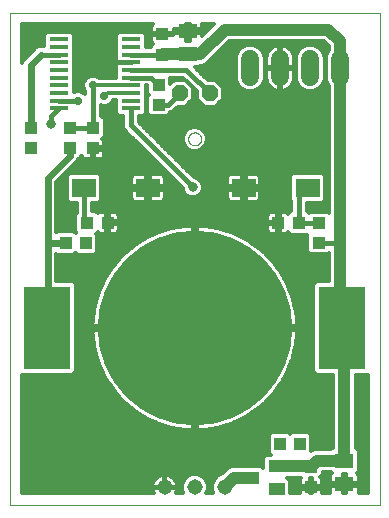
<source format=gtl>
G75*
%MOIN*%
%OFA0B0*%
%FSLAX25Y25*%
%IPPOS*%
%LPD*%
%AMOC8*
5,1,8,0,0,1.08239X$1,22.5*
%
%ADD10C,0.00394*%
%ADD11C,0.00000*%
%ADD12R,0.06496X0.01575*%
%ADD13R,0.04331X0.03937*%
%ADD14R,0.04252X0.04134*%
%ADD15R,0.04134X0.04252*%
%ADD16R,0.03937X0.04331*%
%ADD17R,0.07874X0.06299*%
%ADD18R,0.05512X0.03937*%
%ADD19OC8,0.05200*%
%ADD20R,0.06299X0.05118*%
%ADD21R,0.15748X0.27559*%
%ADD22C,0.64961*%
%ADD23C,0.05150*%
%ADD24C,0.06000*%
%ADD25C,0.01600*%
%ADD26C,0.02775*%
%ADD27C,0.01200*%
%ADD28C,0.03169*%
%ADD29C,0.04000*%
%ADD30C,0.02400*%
D10*
X0004091Y0003012D02*
X0127319Y0003012D01*
X0127319Y0167185D01*
X0004091Y0167185D01*
X0004091Y0003012D01*
D11*
X0063540Y0125059D02*
X0063542Y0125152D01*
X0063548Y0125244D01*
X0063558Y0125336D01*
X0063572Y0125427D01*
X0063589Y0125518D01*
X0063611Y0125608D01*
X0063636Y0125697D01*
X0063665Y0125785D01*
X0063698Y0125871D01*
X0063735Y0125956D01*
X0063775Y0126040D01*
X0063819Y0126121D01*
X0063866Y0126201D01*
X0063916Y0126279D01*
X0063970Y0126354D01*
X0064027Y0126427D01*
X0064087Y0126497D01*
X0064150Y0126565D01*
X0064216Y0126630D01*
X0064284Y0126692D01*
X0064355Y0126752D01*
X0064429Y0126808D01*
X0064505Y0126861D01*
X0064583Y0126910D01*
X0064663Y0126957D01*
X0064745Y0126999D01*
X0064829Y0127039D01*
X0064914Y0127074D01*
X0065001Y0127106D01*
X0065089Y0127135D01*
X0065178Y0127159D01*
X0065268Y0127180D01*
X0065359Y0127196D01*
X0065451Y0127209D01*
X0065543Y0127218D01*
X0065636Y0127223D01*
X0065728Y0127224D01*
X0065821Y0127221D01*
X0065913Y0127214D01*
X0066005Y0127203D01*
X0066096Y0127188D01*
X0066187Y0127170D01*
X0066277Y0127147D01*
X0066365Y0127121D01*
X0066453Y0127091D01*
X0066539Y0127057D01*
X0066623Y0127020D01*
X0066706Y0126978D01*
X0066787Y0126934D01*
X0066867Y0126886D01*
X0066944Y0126835D01*
X0067018Y0126780D01*
X0067091Y0126722D01*
X0067161Y0126662D01*
X0067228Y0126598D01*
X0067292Y0126532D01*
X0067354Y0126462D01*
X0067412Y0126391D01*
X0067467Y0126317D01*
X0067519Y0126240D01*
X0067568Y0126161D01*
X0067614Y0126081D01*
X0067656Y0125998D01*
X0067694Y0125914D01*
X0067729Y0125828D01*
X0067760Y0125741D01*
X0067787Y0125653D01*
X0067810Y0125563D01*
X0067830Y0125473D01*
X0067846Y0125382D01*
X0067858Y0125290D01*
X0067866Y0125198D01*
X0067870Y0125105D01*
X0067870Y0125013D01*
X0067866Y0124920D01*
X0067858Y0124828D01*
X0067846Y0124736D01*
X0067830Y0124645D01*
X0067810Y0124555D01*
X0067787Y0124465D01*
X0067760Y0124377D01*
X0067729Y0124290D01*
X0067694Y0124204D01*
X0067656Y0124120D01*
X0067614Y0124037D01*
X0067568Y0123957D01*
X0067519Y0123878D01*
X0067467Y0123801D01*
X0067412Y0123727D01*
X0067354Y0123656D01*
X0067292Y0123586D01*
X0067228Y0123520D01*
X0067161Y0123456D01*
X0067091Y0123396D01*
X0067018Y0123338D01*
X0066944Y0123283D01*
X0066867Y0123232D01*
X0066788Y0123184D01*
X0066706Y0123140D01*
X0066623Y0123098D01*
X0066539Y0123061D01*
X0066453Y0123027D01*
X0066365Y0122997D01*
X0066277Y0122971D01*
X0066187Y0122948D01*
X0066096Y0122930D01*
X0066005Y0122915D01*
X0065913Y0122904D01*
X0065821Y0122897D01*
X0065728Y0122894D01*
X0065636Y0122895D01*
X0065543Y0122900D01*
X0065451Y0122909D01*
X0065359Y0122922D01*
X0065268Y0122938D01*
X0065178Y0122959D01*
X0065089Y0122983D01*
X0065001Y0123012D01*
X0064914Y0123044D01*
X0064829Y0123079D01*
X0064745Y0123119D01*
X0064663Y0123161D01*
X0064583Y0123208D01*
X0064505Y0123257D01*
X0064429Y0123310D01*
X0064355Y0123366D01*
X0064284Y0123426D01*
X0064216Y0123488D01*
X0064150Y0123553D01*
X0064087Y0123621D01*
X0064027Y0123691D01*
X0063970Y0123764D01*
X0063916Y0123839D01*
X0063866Y0123917D01*
X0063819Y0123997D01*
X0063775Y0124078D01*
X0063735Y0124162D01*
X0063698Y0124247D01*
X0063665Y0124333D01*
X0063636Y0124421D01*
X0063611Y0124510D01*
X0063589Y0124600D01*
X0063572Y0124691D01*
X0063558Y0124782D01*
X0063548Y0124874D01*
X0063542Y0124966D01*
X0063540Y0125059D01*
D12*
X0044406Y0135256D03*
X0044406Y0137815D03*
X0044406Y0140374D03*
X0044406Y0142933D03*
X0044406Y0145492D03*
X0044406Y0148051D03*
X0044406Y0150610D03*
X0044406Y0153169D03*
X0044406Y0155728D03*
X0044406Y0158287D03*
X0020390Y0158287D03*
X0020390Y0155728D03*
X0020390Y0153169D03*
X0020390Y0150610D03*
X0020390Y0148051D03*
X0020390Y0145492D03*
X0020390Y0142933D03*
X0020390Y0140374D03*
X0020390Y0137815D03*
X0020390Y0135256D03*
D13*
X0024150Y0128799D03*
X0024150Y0122106D03*
X0011000Y0122047D03*
X0011000Y0128740D03*
X0053638Y0136358D03*
X0053638Y0143051D03*
X0107083Y0097028D03*
X0107083Y0090335D03*
D14*
X0054937Y0153169D03*
X0054937Y0160059D03*
X0031787Y0128760D03*
X0031787Y0121870D03*
X0104465Y0015846D03*
X0104465Y0008957D03*
D15*
X0100508Y0097028D03*
X0093618Y0097028D03*
X0036650Y0097106D03*
X0029760Y0097106D03*
D16*
X0029366Y0090276D03*
X0022673Y0090276D03*
X0094091Y0023386D03*
X0100783Y0023386D03*
D17*
X0103303Y0108720D03*
X0082043Y0108720D03*
X0050154Y0108720D03*
X0028894Y0108720D03*
D18*
X0093008Y0015886D03*
X0093008Y0008406D03*
X0084346Y0012146D03*
D19*
X0070705Y0140217D03*
X0060705Y0140217D03*
D20*
X0063382Y0153209D03*
X0063382Y0161083D03*
X0115606Y0017756D03*
X0115606Y0009882D03*
D21*
X0114917Y0062067D03*
X0016492Y0062067D03*
D22*
X0065705Y0062067D03*
D23*
X0065705Y0008937D03*
X0075705Y0008937D03*
X0055705Y0008937D03*
D24*
X0084209Y0145681D02*
X0084209Y0151681D01*
X0094209Y0151681D02*
X0094209Y0145681D01*
X0104209Y0145681D02*
X0104209Y0151681D01*
X0114209Y0151681D02*
X0114209Y0145681D01*
D25*
X0103303Y0108720D02*
X0100508Y0105925D01*
X0100508Y0097028D01*
X0107083Y0097028D01*
X0107083Y0090335D02*
X0113933Y0090335D01*
X0114209Y0090059D01*
X0070705Y0140217D02*
X0062870Y0148051D01*
X0044406Y0148051D01*
X0044406Y0145492D02*
X0051197Y0145492D01*
X0053638Y0143051D01*
X0053638Y0136358D02*
X0056846Y0136358D01*
X0060705Y0140217D01*
X0054937Y0153169D02*
X0044406Y0153169D01*
X0044406Y0150610D02*
X0037358Y0150610D01*
X0037310Y0150608D01*
X0037263Y0150602D01*
X0037216Y0150593D01*
X0037169Y0150580D01*
X0037125Y0150564D01*
X0037081Y0150544D01*
X0037039Y0150520D01*
X0036999Y0150494D01*
X0036962Y0150464D01*
X0036927Y0150431D01*
X0036894Y0150396D01*
X0036864Y0150359D01*
X0036838Y0150319D01*
X0036814Y0150277D01*
X0036794Y0150233D01*
X0036778Y0150189D01*
X0036765Y0150142D01*
X0036756Y0150095D01*
X0036750Y0150048D01*
X0036748Y0150000D01*
X0031787Y0142933D02*
X0031787Y0128760D01*
X0031748Y0128799D01*
X0024150Y0128799D01*
X0020429Y0135217D02*
X0020390Y0135256D01*
X0017693Y0132559D01*
X0017693Y0130157D01*
X0020409Y0137795D02*
X0026827Y0137795D01*
X0020409Y0137795D02*
X0020390Y0137815D01*
X0020390Y0153169D02*
X0014583Y0153169D01*
X0044406Y0135256D02*
X0044406Y0129567D01*
X0065035Y0108937D01*
X0029760Y0097106D02*
X0028894Y0097972D01*
X0028894Y0108720D01*
D26*
X0011000Y0122047D03*
X0026827Y0137795D03*
X0031787Y0142933D03*
X0035606Y0139232D03*
D27*
X0036748Y0140374D01*
X0044406Y0140374D01*
X0044406Y0142933D02*
X0031787Y0142933D01*
X0033887Y0145314D02*
X0033582Y0145619D01*
X0032418Y0146102D01*
X0031157Y0146102D01*
X0029993Y0145619D01*
X0029101Y0144728D01*
X0028619Y0143563D01*
X0028619Y0142303D01*
X0029101Y0141138D01*
X0029206Y0141033D01*
X0029206Y0139897D01*
X0028622Y0140481D01*
X0027457Y0140964D01*
X0026197Y0140964D01*
X0025419Y0140642D01*
X0025419Y0159813D01*
X0024376Y0160856D01*
X0016404Y0160856D01*
X0015361Y0159813D01*
X0015361Y0156074D01*
X0015176Y0156150D01*
X0013990Y0156150D01*
X0012894Y0155697D01*
X0009311Y0152114D01*
X0008473Y0151275D01*
X0008028Y0150200D01*
X0008028Y0163248D01*
X0051670Y0163248D01*
X0051531Y0163108D01*
X0051320Y0162744D01*
X0051211Y0162337D01*
X0051211Y0160493D01*
X0054503Y0160493D01*
X0054503Y0159626D01*
X0051211Y0159626D01*
X0051211Y0157781D01*
X0051320Y0157375D01*
X0051531Y0157010D01*
X0051798Y0156742D01*
X0051030Y0155974D01*
X0051030Y0155750D01*
X0049435Y0155750D01*
X0049435Y0159813D01*
X0048391Y0160856D01*
X0040420Y0160856D01*
X0039376Y0159813D01*
X0039376Y0151644D01*
X0039557Y0151463D01*
X0039557Y0150610D01*
X0039557Y0149757D01*
X0039376Y0149576D01*
X0039376Y0145314D01*
X0033887Y0145314D01*
X0033545Y0145635D02*
X0039376Y0145635D01*
X0039376Y0146833D02*
X0025419Y0146833D01*
X0025419Y0145635D02*
X0030030Y0145635D01*
X0028980Y0144436D02*
X0025419Y0144436D01*
X0025419Y0143238D02*
X0028619Y0143238D01*
X0028728Y0142039D02*
X0025419Y0142039D01*
X0025419Y0140841D02*
X0025899Y0140841D01*
X0027754Y0140841D02*
X0029206Y0140841D01*
X0034368Y0136315D02*
X0034976Y0136064D01*
X0036237Y0136064D01*
X0037401Y0136546D01*
X0038292Y0137437D01*
X0038522Y0137993D01*
X0039376Y0137993D01*
X0039376Y0133731D01*
X0040420Y0132687D01*
X0041824Y0132687D01*
X0041824Y0129054D01*
X0042217Y0128105D01*
X0061670Y0108652D01*
X0061670Y0108268D01*
X0062182Y0107031D01*
X0063129Y0106084D01*
X0064366Y0105572D01*
X0065705Y0105572D01*
X0066942Y0106084D01*
X0067888Y0107031D01*
X0068401Y0108268D01*
X0068401Y0109606D01*
X0067888Y0110843D01*
X0066942Y0111790D01*
X0065705Y0112302D01*
X0065320Y0112302D01*
X0046987Y0130636D01*
X0046987Y0132687D01*
X0048391Y0132687D01*
X0049435Y0133731D01*
X0049435Y0142911D01*
X0049691Y0142911D01*
X0049691Y0140345D01*
X0050332Y0139705D01*
X0049691Y0139065D01*
X0049691Y0133652D01*
X0050735Y0132609D01*
X0056541Y0132609D01*
X0057584Y0133652D01*
X0057584Y0133870D01*
X0058309Y0134170D01*
X0059035Y0134896D01*
X0059974Y0135835D01*
X0062519Y0135835D01*
X0065086Y0138402D01*
X0065086Y0142031D01*
X0062519Y0144598D01*
X0058890Y0144598D01*
X0057584Y0143292D01*
X0057584Y0145470D01*
X0061801Y0145470D01*
X0066324Y0140947D01*
X0066324Y0138402D01*
X0068890Y0135835D01*
X0072519Y0135835D01*
X0075086Y0138402D01*
X0075086Y0142031D01*
X0072519Y0144598D01*
X0069974Y0144598D01*
X0065703Y0148869D01*
X0067269Y0148869D01*
X0067828Y0149428D01*
X0068169Y0149428D01*
X0069559Y0150003D01*
X0077251Y0157695D01*
X0108725Y0157695D01*
X0110428Y0155993D01*
X0110428Y0154661D01*
X0110155Y0154389D01*
X0109428Y0152632D01*
X0109428Y0144730D01*
X0110155Y0142973D01*
X0110428Y0142701D01*
X0110428Y0100335D01*
X0109986Y0100777D01*
X0104180Y0100777D01*
X0103825Y0100422D01*
X0103313Y0100935D01*
X0103089Y0100935D01*
X0103089Y0103790D01*
X0107978Y0103790D01*
X0109021Y0104833D01*
X0109021Y0112608D01*
X0107978Y0113651D01*
X0098628Y0113651D01*
X0097585Y0112608D01*
X0097585Y0104833D01*
X0097927Y0104491D01*
X0097927Y0100935D01*
X0097703Y0100935D01*
X0096935Y0100166D01*
X0096667Y0100434D01*
X0096303Y0100645D01*
X0095896Y0100754D01*
X0094052Y0100754D01*
X0094052Y0097461D01*
X0093185Y0097461D01*
X0093185Y0100754D01*
X0091341Y0100754D01*
X0090934Y0100645D01*
X0090569Y0100434D01*
X0090271Y0100136D01*
X0090060Y0099771D01*
X0089951Y0099364D01*
X0089951Y0097461D01*
X0093185Y0097461D01*
X0093185Y0096594D01*
X0094052Y0096594D01*
X0094052Y0093302D01*
X0095896Y0093302D01*
X0096303Y0093411D01*
X0096667Y0093621D01*
X0096935Y0093889D01*
X0097703Y0093120D01*
X0103216Y0093120D01*
X0103136Y0093041D01*
X0103136Y0087628D01*
X0104180Y0086585D01*
X0109986Y0086585D01*
X0110428Y0087027D01*
X0110428Y0077628D01*
X0106306Y0077628D01*
X0105262Y0076584D01*
X0105262Y0047550D01*
X0106306Y0046506D01*
X0111825Y0046506D01*
X0111825Y0022096D01*
X0111719Y0022096D01*
X0111160Y0021537D01*
X0105622Y0021537D01*
X0104533Y0021086D01*
X0104533Y0026289D01*
X0103490Y0027332D01*
X0098077Y0027332D01*
X0097437Y0026692D01*
X0096797Y0027332D01*
X0091384Y0027332D01*
X0090341Y0026289D01*
X0090341Y0020483D01*
X0091188Y0019635D01*
X0089514Y0019635D01*
X0088471Y0018592D01*
X0088471Y0015264D01*
X0087840Y0015895D01*
X0085175Y0015895D01*
X0085099Y0015927D01*
X0078161Y0015927D01*
X0076772Y0015351D01*
X0074625Y0013205D01*
X0073237Y0012630D01*
X0072012Y0011404D01*
X0071349Y0009803D01*
X0071349Y0008071D01*
X0071813Y0006949D01*
X0069596Y0006949D01*
X0070061Y0008071D01*
X0070061Y0009803D01*
X0069397Y0011404D01*
X0068172Y0012630D01*
X0066571Y0013293D01*
X0064838Y0013293D01*
X0063237Y0012630D01*
X0062012Y0011404D01*
X0061349Y0009803D01*
X0061349Y0008071D01*
X0061813Y0006949D01*
X0059377Y0006949D01*
X0059574Y0007334D01*
X0059777Y0007959D01*
X0059880Y0008608D01*
X0059880Y0008750D01*
X0055892Y0008750D01*
X0055892Y0009124D01*
X0059880Y0009124D01*
X0059880Y0009266D01*
X0059777Y0009915D01*
X0059574Y0010540D01*
X0059275Y0011125D01*
X0058889Y0011657D01*
X0058424Y0012121D01*
X0057893Y0012508D01*
X0057307Y0012806D01*
X0056682Y0013009D01*
X0056033Y0013112D01*
X0055892Y0013112D01*
X0055892Y0009124D01*
X0055517Y0009124D01*
X0055517Y0008750D01*
X0051530Y0008750D01*
X0051530Y0008608D01*
X0051633Y0007959D01*
X0051836Y0007334D01*
X0052032Y0006949D01*
X0008028Y0006949D01*
X0008028Y0046506D01*
X0025104Y0046506D01*
X0026147Y0047550D01*
X0026147Y0076584D01*
X0025104Y0077628D01*
X0019631Y0077628D01*
X0019631Y0086665D01*
X0019967Y0086329D01*
X0025379Y0086329D01*
X0026020Y0086969D01*
X0026660Y0086329D01*
X0032072Y0086329D01*
X0033116Y0087372D01*
X0033116Y0093179D01*
X0032830Y0093465D01*
X0033333Y0093967D01*
X0033600Y0093700D01*
X0033965Y0093489D01*
X0034372Y0093380D01*
X0036216Y0093380D01*
X0036216Y0096673D01*
X0037083Y0096673D01*
X0037083Y0097540D01*
X0036216Y0097540D01*
X0036216Y0100832D01*
X0034372Y0100832D01*
X0033965Y0100723D01*
X0033600Y0100513D01*
X0033333Y0100245D01*
X0032565Y0101013D01*
X0031475Y0101013D01*
X0031475Y0103790D01*
X0033568Y0103790D01*
X0034612Y0104833D01*
X0034612Y0112608D01*
X0033568Y0113651D01*
X0024219Y0113651D01*
X0023176Y0112608D01*
X0023176Y0104833D01*
X0024219Y0103790D01*
X0026313Y0103790D01*
X0026313Y0100371D01*
X0025912Y0099970D01*
X0025912Y0094243D01*
X0026296Y0093858D01*
X0026020Y0093582D01*
X0025379Y0094222D01*
X0019967Y0094222D01*
X0019631Y0093886D01*
X0019631Y0110714D01*
X0025838Y0116922D01*
X0026677Y0117760D01*
X0026924Y0118357D01*
X0027053Y0118357D01*
X0028096Y0119400D01*
X0028096Y0119463D01*
X0028170Y0119186D01*
X0028381Y0118821D01*
X0028679Y0118523D01*
X0029044Y0118312D01*
X0029451Y0118203D01*
X0031354Y0118203D01*
X0031354Y0121437D01*
X0032221Y0121437D01*
X0032221Y0122304D01*
X0035513Y0122304D01*
X0035513Y0124148D01*
X0035404Y0124555D01*
X0035194Y0124919D01*
X0034926Y0125187D01*
X0035694Y0125955D01*
X0035694Y0131565D01*
X0034651Y0132608D01*
X0034368Y0132608D01*
X0034368Y0136315D01*
X0034368Y0136047D02*
X0039376Y0136047D01*
X0039376Y0137245D02*
X0038100Y0137245D01*
X0039376Y0134848D02*
X0034368Y0134848D01*
X0034368Y0133650D02*
X0039458Y0133650D01*
X0041824Y0132451D02*
X0034808Y0132451D01*
X0035694Y0131253D02*
X0041824Y0131253D01*
X0041824Y0130054D02*
X0035694Y0130054D01*
X0035694Y0128855D02*
X0041906Y0128855D01*
X0042665Y0127657D02*
X0035694Y0127657D01*
X0035694Y0126458D02*
X0043864Y0126458D01*
X0045062Y0125260D02*
X0034999Y0125260D01*
X0035513Y0124061D02*
X0046261Y0124061D01*
X0047459Y0122863D02*
X0035513Y0122863D01*
X0035513Y0121437D02*
X0032221Y0121437D01*
X0032221Y0118203D01*
X0034124Y0118203D01*
X0034531Y0118312D01*
X0034896Y0118523D01*
X0035194Y0118821D01*
X0035404Y0119186D01*
X0035513Y0119592D01*
X0035513Y0121437D01*
X0035513Y0120466D02*
X0049856Y0120466D01*
X0048658Y0121664D02*
X0032221Y0121664D01*
X0032221Y0120466D02*
X0031354Y0120466D01*
X0031354Y0119267D02*
X0032221Y0119267D01*
X0035426Y0119267D02*
X0051055Y0119267D01*
X0052253Y0118069D02*
X0026805Y0118069D01*
X0025787Y0116870D02*
X0053452Y0116870D01*
X0054650Y0115672D02*
X0024589Y0115672D01*
X0023390Y0114473D02*
X0055849Y0114473D01*
X0055073Y0113150D02*
X0055371Y0112852D01*
X0055582Y0112488D01*
X0055691Y0112081D01*
X0055691Y0109320D01*
X0050754Y0109320D01*
X0050754Y0108120D01*
X0055691Y0108120D01*
X0055691Y0105360D01*
X0055582Y0104953D01*
X0055371Y0104588D01*
X0055073Y0104291D01*
X0054708Y0104080D01*
X0054301Y0103971D01*
X0050754Y0103971D01*
X0050754Y0108120D01*
X0049554Y0108120D01*
X0049554Y0103971D01*
X0046006Y0103971D01*
X0045599Y0104080D01*
X0045234Y0104291D01*
X0044936Y0104588D01*
X0044726Y0104953D01*
X0044617Y0105360D01*
X0044617Y0108120D01*
X0049553Y0108120D01*
X0049553Y0109320D01*
X0044617Y0109320D01*
X0044617Y0112081D01*
X0044726Y0112488D01*
X0044936Y0112852D01*
X0045234Y0113150D01*
X0045599Y0113361D01*
X0046006Y0113470D01*
X0049554Y0113470D01*
X0049554Y0109321D01*
X0050754Y0109321D01*
X0050754Y0113470D01*
X0054301Y0113470D01*
X0054708Y0113361D01*
X0055073Y0113150D01*
X0054857Y0113275D02*
X0057047Y0113275D01*
X0058246Y0112076D02*
X0055691Y0112076D01*
X0055691Y0110878D02*
X0059444Y0110878D01*
X0060643Y0109679D02*
X0055691Y0109679D01*
X0055691Y0107282D02*
X0062078Y0107282D01*
X0061670Y0108481D02*
X0050754Y0108481D01*
X0050754Y0109679D02*
X0049554Y0109679D01*
X0049553Y0108481D02*
X0034612Y0108481D01*
X0034612Y0109679D02*
X0044617Y0109679D01*
X0044617Y0110878D02*
X0034612Y0110878D01*
X0034612Y0112076D02*
X0044617Y0112076D01*
X0045450Y0113275D02*
X0033945Y0113275D01*
X0034612Y0107282D02*
X0044617Y0107282D01*
X0044617Y0106084D02*
X0034612Y0106084D01*
X0034612Y0104885D02*
X0044765Y0104885D01*
X0039997Y0100215D02*
X0039699Y0100513D01*
X0039334Y0100723D01*
X0038927Y0100832D01*
X0037083Y0100832D01*
X0037083Y0097540D01*
X0040317Y0097540D01*
X0040317Y0099443D01*
X0040207Y0099850D01*
X0039997Y0100215D01*
X0040068Y0100091D02*
X0090245Y0100091D01*
X0089951Y0098893D02*
X0040317Y0098893D01*
X0040317Y0097694D02*
X0089951Y0097694D01*
X0089951Y0096594D02*
X0089951Y0094691D01*
X0090060Y0094284D01*
X0090271Y0093919D01*
X0090569Y0093621D01*
X0090934Y0093411D01*
X0091341Y0093302D01*
X0093185Y0093302D01*
X0093185Y0096594D01*
X0089951Y0096594D01*
X0089951Y0096496D02*
X0040317Y0096496D01*
X0040317Y0096673D02*
X0037083Y0096673D01*
X0037083Y0093380D01*
X0038927Y0093380D01*
X0039334Y0093489D01*
X0039699Y0093700D01*
X0039997Y0093998D01*
X0040207Y0094363D01*
X0040317Y0094770D01*
X0040317Y0096673D01*
X0040317Y0095297D02*
X0058075Y0095297D01*
X0057962Y0095275D02*
X0055806Y0094697D01*
X0053693Y0093980D01*
X0051632Y0093126D01*
X0049631Y0092139D01*
X0047698Y0091023D01*
X0045843Y0089784D01*
X0044073Y0088425D01*
X0042395Y0086954D01*
X0040817Y0085376D01*
X0039346Y0083699D01*
X0037988Y0081929D01*
X0036748Y0080073D01*
X0035632Y0078141D01*
X0034646Y0076140D01*
X0033792Y0074078D01*
X0033074Y0071965D01*
X0032497Y0069810D01*
X0032062Y0067621D01*
X0031770Y0065409D01*
X0031624Y0063183D01*
X0031624Y0062667D01*
X0065105Y0062667D01*
X0065105Y0096147D01*
X0064589Y0096147D01*
X0062362Y0096001D01*
X0060150Y0095710D01*
X0057962Y0095275D01*
X0054043Y0094099D02*
X0040055Y0094099D01*
X0037083Y0094099D02*
X0036216Y0094099D01*
X0036216Y0095297D02*
X0037083Y0095297D01*
X0037083Y0096496D02*
X0036216Y0096496D01*
X0036216Y0097694D02*
X0037083Y0097694D01*
X0037083Y0098893D02*
X0036216Y0098893D01*
X0036216Y0100091D02*
X0037083Y0100091D01*
X0031475Y0101290D02*
X0097927Y0101290D01*
X0097927Y0102488D02*
X0031475Y0102488D01*
X0031475Y0103687D02*
X0097927Y0103687D01*
X0097585Y0104885D02*
X0087432Y0104885D01*
X0087471Y0104953D02*
X0087580Y0105360D01*
X0087580Y0108120D01*
X0082643Y0108120D01*
X0082643Y0103971D01*
X0086191Y0103971D01*
X0086598Y0104080D01*
X0086963Y0104291D01*
X0087261Y0104588D01*
X0087471Y0104953D01*
X0087580Y0106084D02*
X0097585Y0106084D01*
X0097585Y0107282D02*
X0087580Y0107282D01*
X0087580Y0109320D02*
X0087580Y0112081D01*
X0087471Y0112488D01*
X0087261Y0112852D01*
X0086963Y0113150D01*
X0086598Y0113361D01*
X0086191Y0113470D01*
X0082643Y0113470D01*
X0082643Y0109321D01*
X0081443Y0109321D01*
X0081443Y0113470D01*
X0077896Y0113470D01*
X0077489Y0113361D01*
X0077124Y0113150D01*
X0076826Y0112852D01*
X0076615Y0112488D01*
X0076506Y0112081D01*
X0076506Y0109320D01*
X0081443Y0109320D01*
X0081443Y0108120D01*
X0082643Y0108120D01*
X0082643Y0109320D01*
X0087580Y0109320D01*
X0087580Y0109679D02*
X0097585Y0109679D01*
X0097585Y0108481D02*
X0082643Y0108481D01*
X0082643Y0109679D02*
X0081443Y0109679D01*
X0081443Y0108481D02*
X0068401Y0108481D01*
X0068371Y0109679D02*
X0076506Y0109679D01*
X0076506Y0110878D02*
X0067854Y0110878D01*
X0066250Y0112076D02*
X0076506Y0112076D01*
X0077339Y0113275D02*
X0064348Y0113275D01*
X0063149Y0114473D02*
X0110428Y0114473D01*
X0110428Y0113275D02*
X0108354Y0113275D01*
X0109021Y0112076D02*
X0110428Y0112076D01*
X0110428Y0110878D02*
X0109021Y0110878D01*
X0109021Y0109679D02*
X0110428Y0109679D01*
X0110428Y0108481D02*
X0109021Y0108481D01*
X0109021Y0107282D02*
X0110428Y0107282D01*
X0110428Y0106084D02*
X0109021Y0106084D01*
X0109021Y0104885D02*
X0110428Y0104885D01*
X0110428Y0103687D02*
X0103089Y0103687D01*
X0103089Y0102488D02*
X0110428Y0102488D01*
X0110428Y0101290D02*
X0103089Y0101290D01*
X0103136Y0092900D02*
X0080236Y0092900D01*
X0079777Y0093126D02*
X0077716Y0093980D01*
X0075603Y0094697D01*
X0073448Y0095275D01*
X0071259Y0095710D01*
X0069047Y0096001D01*
X0066820Y0096147D01*
X0066305Y0096147D01*
X0066305Y0062667D01*
X0099785Y0062667D01*
X0099785Y0063183D01*
X0099639Y0065409D01*
X0099348Y0067621D01*
X0098913Y0069810D01*
X0098335Y0071965D01*
X0097618Y0074078D01*
X0096764Y0076140D01*
X0095777Y0078141D01*
X0094661Y0080073D01*
X0093422Y0081929D01*
X0092063Y0083699D01*
X0090592Y0085376D01*
X0089014Y0086954D01*
X0087337Y0088425D01*
X0085566Y0089784D01*
X0083711Y0091023D01*
X0081779Y0092139D01*
X0079777Y0093126D01*
X0077366Y0094099D02*
X0090167Y0094099D01*
X0089951Y0095297D02*
X0073335Y0095297D01*
X0077489Y0104080D02*
X0077896Y0103971D01*
X0081443Y0103971D01*
X0081443Y0108120D01*
X0076506Y0108120D01*
X0076506Y0105360D01*
X0076615Y0104953D01*
X0076826Y0104588D01*
X0077124Y0104291D01*
X0077489Y0104080D01*
X0076655Y0104885D02*
X0055542Y0104885D01*
X0055691Y0106084D02*
X0063130Y0106084D01*
X0066941Y0106084D02*
X0076506Y0106084D01*
X0076506Y0107282D02*
X0067993Y0107282D01*
X0061951Y0115672D02*
X0110428Y0115672D01*
X0110428Y0116870D02*
X0060752Y0116870D01*
X0059554Y0118069D02*
X0110428Y0118069D01*
X0110428Y0119267D02*
X0058355Y0119267D01*
X0057157Y0120466D02*
X0110428Y0120466D01*
X0110428Y0121664D02*
X0067822Y0121664D01*
X0067940Y0121713D02*
X0069050Y0122824D01*
X0069651Y0124274D01*
X0069651Y0125844D01*
X0069050Y0127295D01*
X0067940Y0128405D01*
X0066490Y0129005D01*
X0064920Y0129005D01*
X0063469Y0128405D01*
X0062359Y0127295D01*
X0061758Y0125844D01*
X0061758Y0124274D01*
X0062359Y0122824D01*
X0063469Y0121713D01*
X0064920Y0121113D01*
X0066490Y0121113D01*
X0067940Y0121713D01*
X0069067Y0122863D02*
X0110428Y0122863D01*
X0110428Y0124061D02*
X0069563Y0124061D01*
X0069651Y0125260D02*
X0110428Y0125260D01*
X0110428Y0126458D02*
X0069397Y0126458D01*
X0068688Y0127657D02*
X0110428Y0127657D01*
X0110428Y0128855D02*
X0066852Y0128855D01*
X0064558Y0128855D02*
X0048767Y0128855D01*
X0049966Y0127657D02*
X0062722Y0127657D01*
X0062013Y0126458D02*
X0051164Y0126458D01*
X0052363Y0125260D02*
X0061758Y0125260D01*
X0061846Y0124061D02*
X0053561Y0124061D01*
X0054760Y0122863D02*
X0062343Y0122863D01*
X0063587Y0121664D02*
X0055958Y0121664D01*
X0050754Y0113275D02*
X0049554Y0113275D01*
X0049554Y0112076D02*
X0050754Y0112076D01*
X0050754Y0110878D02*
X0049554Y0110878D01*
X0049554Y0107282D02*
X0050754Y0107282D01*
X0050754Y0106084D02*
X0049554Y0106084D01*
X0049554Y0104885D02*
X0050754Y0104885D01*
X0051174Y0092900D02*
X0033116Y0092900D01*
X0033116Y0091702D02*
X0048873Y0091702D01*
X0046920Y0090503D02*
X0033116Y0090503D01*
X0033116Y0089305D02*
X0045219Y0089305D01*
X0043709Y0088106D02*
X0033116Y0088106D01*
X0032651Y0086908D02*
X0042349Y0086908D01*
X0041150Y0085709D02*
X0019631Y0085709D01*
X0019631Y0084511D02*
X0040058Y0084511D01*
X0039049Y0083312D02*
X0019631Y0083312D01*
X0019631Y0082114D02*
X0038130Y0082114D01*
X0037311Y0080915D02*
X0019631Y0080915D01*
X0019631Y0079717D02*
X0036542Y0079717D01*
X0035850Y0078518D02*
X0019631Y0078518D01*
X0025412Y0077320D02*
X0035227Y0077320D01*
X0034638Y0076121D02*
X0026147Y0076121D01*
X0026147Y0074922D02*
X0034141Y0074922D01*
X0033671Y0073724D02*
X0026147Y0073724D01*
X0026147Y0072525D02*
X0033265Y0072525D01*
X0032903Y0071327D02*
X0026147Y0071327D01*
X0026147Y0070128D02*
X0032582Y0070128D01*
X0032322Y0068930D02*
X0026147Y0068930D01*
X0026147Y0067731D02*
X0032083Y0067731D01*
X0031918Y0066533D02*
X0026147Y0066533D01*
X0026147Y0065334D02*
X0031765Y0065334D01*
X0031687Y0064136D02*
X0026147Y0064136D01*
X0026147Y0062937D02*
X0031624Y0062937D01*
X0031624Y0061467D02*
X0031624Y0060951D01*
X0031770Y0058725D01*
X0032062Y0056512D01*
X0032497Y0054324D01*
X0033074Y0052169D01*
X0033792Y0050056D01*
X0034646Y0047994D01*
X0035632Y0045993D01*
X0036748Y0044061D01*
X0037988Y0042205D01*
X0039346Y0040435D01*
X0040817Y0038757D01*
X0042395Y0037180D01*
X0044073Y0035708D01*
X0045843Y0034350D01*
X0047698Y0033110D01*
X0049631Y0031995D01*
X0051632Y0031008D01*
X0053693Y0030154D01*
X0055806Y0029437D01*
X0057962Y0028859D01*
X0060150Y0028424D01*
X0062362Y0028133D01*
X0064589Y0027987D01*
X0065105Y0027987D01*
X0065105Y0061467D01*
X0066305Y0061467D01*
X0066305Y0062667D01*
X0065105Y0062667D01*
X0065105Y0061467D01*
X0031624Y0061467D01*
X0031651Y0060540D02*
X0026147Y0060540D01*
X0026147Y0059342D02*
X0031730Y0059342D01*
X0031847Y0058143D02*
X0026147Y0058143D01*
X0026147Y0056945D02*
X0032005Y0056945D01*
X0032214Y0055746D02*
X0026147Y0055746D01*
X0026147Y0054548D02*
X0032452Y0054548D01*
X0032758Y0053349D02*
X0026147Y0053349D01*
X0026147Y0052151D02*
X0033080Y0052151D01*
X0033487Y0050952D02*
X0026147Y0050952D01*
X0026147Y0049754D02*
X0033917Y0049754D01*
X0034413Y0048555D02*
X0026147Y0048555D01*
X0025954Y0047357D02*
X0034960Y0047357D01*
X0035551Y0046158D02*
X0008028Y0046158D01*
X0008028Y0044960D02*
X0036229Y0044960D01*
X0036948Y0043761D02*
X0008028Y0043761D01*
X0008028Y0042563D02*
X0037749Y0042563D01*
X0038633Y0041364D02*
X0008028Y0041364D01*
X0008028Y0040166D02*
X0039582Y0040166D01*
X0040633Y0038967D02*
X0008028Y0038967D01*
X0008028Y0037769D02*
X0041806Y0037769D01*
X0043090Y0036570D02*
X0008028Y0036570D01*
X0008028Y0035372D02*
X0044512Y0035372D01*
X0046108Y0034173D02*
X0008028Y0034173D01*
X0008028Y0032975D02*
X0047933Y0032975D01*
X0050074Y0031776D02*
X0008028Y0031776D01*
X0008028Y0030578D02*
X0052671Y0030578D01*
X0056021Y0029379D02*
X0008028Y0029379D01*
X0008028Y0028181D02*
X0061998Y0028181D01*
X0065105Y0028181D02*
X0066305Y0028181D01*
X0066305Y0027987D02*
X0066820Y0027987D01*
X0069047Y0028133D01*
X0071259Y0028424D01*
X0073448Y0028859D01*
X0075603Y0029437D01*
X0077716Y0030154D01*
X0079777Y0031008D01*
X0081779Y0031995D01*
X0083711Y0033110D01*
X0085566Y0034350D01*
X0087337Y0035708D01*
X0089014Y0037180D01*
X0090592Y0038757D01*
X0092063Y0040435D01*
X0093422Y0042205D01*
X0094661Y0044061D01*
X0095777Y0045993D01*
X0096764Y0047994D01*
X0097618Y0050056D01*
X0098335Y0052169D01*
X0098913Y0054324D01*
X0099348Y0056512D01*
X0099639Y0058725D01*
X0099785Y0060951D01*
X0099785Y0061467D01*
X0066305Y0061467D01*
X0066305Y0027987D01*
X0066305Y0029379D02*
X0065105Y0029379D01*
X0065105Y0030578D02*
X0066305Y0030578D01*
X0066305Y0031776D02*
X0065105Y0031776D01*
X0065105Y0032975D02*
X0066305Y0032975D01*
X0066305Y0034173D02*
X0065105Y0034173D01*
X0065105Y0035372D02*
X0066305Y0035372D01*
X0066305Y0036570D02*
X0065105Y0036570D01*
X0065105Y0037769D02*
X0066305Y0037769D01*
X0066305Y0038967D02*
X0065105Y0038967D01*
X0065105Y0040166D02*
X0066305Y0040166D01*
X0066305Y0041364D02*
X0065105Y0041364D01*
X0065105Y0042563D02*
X0066305Y0042563D01*
X0066305Y0043761D02*
X0065105Y0043761D01*
X0065105Y0044960D02*
X0066305Y0044960D01*
X0066305Y0046158D02*
X0065105Y0046158D01*
X0065105Y0047357D02*
X0066305Y0047357D01*
X0066305Y0048555D02*
X0065105Y0048555D01*
X0065105Y0049754D02*
X0066305Y0049754D01*
X0066305Y0050952D02*
X0065105Y0050952D01*
X0065105Y0052151D02*
X0066305Y0052151D01*
X0066305Y0053349D02*
X0065105Y0053349D01*
X0065105Y0054548D02*
X0066305Y0054548D01*
X0066305Y0055746D02*
X0065105Y0055746D01*
X0065105Y0056945D02*
X0066305Y0056945D01*
X0066305Y0058143D02*
X0065105Y0058143D01*
X0065105Y0059342D02*
X0066305Y0059342D01*
X0066305Y0060540D02*
X0065105Y0060540D01*
X0065105Y0061739D02*
X0026147Y0061739D01*
X0025958Y0086908D02*
X0026081Y0086908D01*
X0026056Y0094099D02*
X0025503Y0094099D01*
X0025912Y0095297D02*
X0019631Y0095297D01*
X0019631Y0094099D02*
X0019844Y0094099D01*
X0019631Y0096496D02*
X0025912Y0096496D01*
X0025912Y0097694D02*
X0019631Y0097694D01*
X0019631Y0098893D02*
X0025912Y0098893D01*
X0026033Y0100091D02*
X0019631Y0100091D01*
X0019631Y0101290D02*
X0026313Y0101290D01*
X0026313Y0102488D02*
X0019631Y0102488D01*
X0019631Y0103687D02*
X0026313Y0103687D01*
X0023176Y0104885D02*
X0019631Y0104885D01*
X0019631Y0106084D02*
X0023176Y0106084D01*
X0023176Y0107282D02*
X0019631Y0107282D01*
X0019631Y0108481D02*
X0023176Y0108481D01*
X0023176Y0109679D02*
X0019631Y0109679D01*
X0019795Y0110878D02*
X0023176Y0110878D01*
X0023176Y0112076D02*
X0020993Y0112076D01*
X0022192Y0113275D02*
X0023843Y0113275D01*
X0027963Y0119267D02*
X0028149Y0119267D01*
X0046987Y0131253D02*
X0110428Y0131253D01*
X0110428Y0132451D02*
X0046987Y0132451D01*
X0047569Y0130054D02*
X0110428Y0130054D01*
X0110428Y0133650D02*
X0057582Y0133650D01*
X0058986Y0134848D02*
X0110428Y0134848D01*
X0110428Y0136047D02*
X0072731Y0136047D01*
X0073929Y0137245D02*
X0110428Y0137245D01*
X0110428Y0138444D02*
X0075086Y0138444D01*
X0075086Y0139642D02*
X0110428Y0139642D01*
X0110428Y0140841D02*
X0075086Y0140841D01*
X0075078Y0142039D02*
X0081089Y0142039D01*
X0081500Y0141628D02*
X0083258Y0140900D01*
X0085160Y0140900D01*
X0086917Y0141628D01*
X0088262Y0142973D01*
X0088990Y0144730D01*
X0088990Y0152632D01*
X0088262Y0154389D01*
X0086917Y0155734D01*
X0085160Y0156462D01*
X0083258Y0156462D01*
X0081500Y0155734D01*
X0080155Y0154389D01*
X0079428Y0152632D01*
X0079428Y0144730D01*
X0080155Y0142973D01*
X0081500Y0141628D01*
X0080046Y0143238D02*
X0073879Y0143238D01*
X0072681Y0144436D02*
X0079549Y0144436D01*
X0079428Y0145635D02*
X0068937Y0145635D01*
X0067738Y0146833D02*
X0079428Y0146833D01*
X0079428Y0148032D02*
X0066540Y0148032D01*
X0067631Y0149230D02*
X0079428Y0149230D01*
X0079428Y0150429D02*
X0069985Y0150429D01*
X0071183Y0151627D02*
X0079428Y0151627D01*
X0079508Y0152826D02*
X0072382Y0152826D01*
X0073580Y0154024D02*
X0080004Y0154024D01*
X0080989Y0155223D02*
X0074779Y0155223D01*
X0075977Y0156421D02*
X0083159Y0156421D01*
X0085259Y0156421D02*
X0103159Y0156421D01*
X0103258Y0156462D02*
X0101500Y0155734D01*
X0100155Y0154389D01*
X0099428Y0152632D01*
X0099428Y0144730D01*
X0100155Y0142973D01*
X0101500Y0141628D01*
X0103258Y0140900D01*
X0105160Y0140900D01*
X0106917Y0141628D01*
X0108262Y0142973D01*
X0108990Y0144730D01*
X0108990Y0152632D01*
X0108262Y0154389D01*
X0106917Y0155734D01*
X0105160Y0156462D01*
X0103258Y0156462D01*
X0105259Y0156421D02*
X0109999Y0156421D01*
X0110428Y0155223D02*
X0107428Y0155223D01*
X0108413Y0154024D02*
X0110004Y0154024D01*
X0109508Y0152826D02*
X0108910Y0152826D01*
X0108990Y0151627D02*
X0109428Y0151627D01*
X0109428Y0150429D02*
X0108990Y0150429D01*
X0108990Y0149230D02*
X0109428Y0149230D01*
X0109428Y0148032D02*
X0108990Y0148032D01*
X0108990Y0146833D02*
X0109428Y0146833D01*
X0109428Y0145635D02*
X0108990Y0145635D01*
X0108868Y0144436D02*
X0109549Y0144436D01*
X0110046Y0143238D02*
X0108372Y0143238D01*
X0107328Y0142039D02*
X0110428Y0142039D01*
X0101089Y0142039D02*
X0097022Y0142039D01*
X0097205Y0142172D02*
X0097717Y0142684D01*
X0098143Y0143270D01*
X0098472Y0143915D01*
X0098695Y0144604D01*
X0098809Y0145319D01*
X0098809Y0148281D01*
X0094609Y0148281D01*
X0094609Y0149081D01*
X0098809Y0149081D01*
X0098809Y0152043D01*
X0098695Y0152758D01*
X0098472Y0153447D01*
X0098143Y0154092D01*
X0097717Y0154678D01*
X0097205Y0155190D01*
X0096620Y0155615D01*
X0095974Y0155944D01*
X0095286Y0156168D01*
X0094609Y0156275D01*
X0094609Y0149081D01*
X0093809Y0149081D01*
X0093809Y0156275D01*
X0093131Y0156168D01*
X0092443Y0155944D01*
X0091798Y0155615D01*
X0091212Y0155190D01*
X0090700Y0154678D01*
X0090274Y0154092D01*
X0089946Y0153447D01*
X0089722Y0152758D01*
X0089609Y0152043D01*
X0089609Y0149081D01*
X0093809Y0149081D01*
X0093809Y0148281D01*
X0094609Y0148281D01*
X0094609Y0141087D01*
X0095286Y0141194D01*
X0095974Y0141418D01*
X0096620Y0141747D01*
X0097205Y0142172D01*
X0098119Y0143238D02*
X0100046Y0143238D01*
X0099549Y0144436D02*
X0098641Y0144436D01*
X0098809Y0145635D02*
X0099428Y0145635D01*
X0099428Y0146833D02*
X0098809Y0146833D01*
X0098809Y0148032D02*
X0099428Y0148032D01*
X0099428Y0149230D02*
X0098809Y0149230D01*
X0098809Y0150429D02*
X0099428Y0150429D01*
X0099428Y0151627D02*
X0098809Y0151627D01*
X0098673Y0152826D02*
X0099508Y0152826D01*
X0100004Y0154024D02*
X0098177Y0154024D01*
X0097160Y0155223D02*
X0100989Y0155223D01*
X0094609Y0155223D02*
X0093809Y0155223D01*
X0093809Y0154024D02*
X0094609Y0154024D01*
X0094609Y0152826D02*
X0093809Y0152826D01*
X0093809Y0151627D02*
X0094609Y0151627D01*
X0094609Y0150429D02*
X0093809Y0150429D01*
X0093809Y0149230D02*
X0094609Y0149230D01*
X0094609Y0148032D02*
X0093809Y0148032D01*
X0093809Y0148281D02*
X0093809Y0141087D01*
X0093131Y0141194D01*
X0092443Y0141418D01*
X0091798Y0141747D01*
X0091212Y0142172D01*
X0090700Y0142684D01*
X0090274Y0143270D01*
X0089946Y0143915D01*
X0089722Y0144604D01*
X0089609Y0145319D01*
X0089609Y0148281D01*
X0093809Y0148281D01*
X0093809Y0146833D02*
X0094609Y0146833D01*
X0094609Y0145635D02*
X0093809Y0145635D01*
X0093809Y0144436D02*
X0094609Y0144436D01*
X0094609Y0143238D02*
X0093809Y0143238D01*
X0093809Y0142039D02*
X0094609Y0142039D01*
X0091395Y0142039D02*
X0087328Y0142039D01*
X0088372Y0143238D02*
X0090298Y0143238D01*
X0089776Y0144436D02*
X0088868Y0144436D01*
X0088990Y0145635D02*
X0089609Y0145635D01*
X0089609Y0146833D02*
X0088990Y0146833D01*
X0088990Y0148032D02*
X0089609Y0148032D01*
X0089609Y0149230D02*
X0088990Y0149230D01*
X0088990Y0150429D02*
X0089609Y0150429D01*
X0089609Y0151627D02*
X0088990Y0151627D01*
X0088910Y0152826D02*
X0089744Y0152826D01*
X0090240Y0154024D02*
X0088413Y0154024D01*
X0087428Y0155223D02*
X0091257Y0155223D01*
X0077176Y0157620D02*
X0108801Y0157620D01*
X0098252Y0113275D02*
X0086747Y0113275D01*
X0087580Y0112076D02*
X0097585Y0112076D01*
X0097585Y0110878D02*
X0087580Y0110878D01*
X0082643Y0110878D02*
X0081443Y0110878D01*
X0081443Y0112076D02*
X0082643Y0112076D01*
X0082643Y0113275D02*
X0081443Y0113275D01*
X0081443Y0107282D02*
X0082643Y0107282D01*
X0082643Y0106084D02*
X0081443Y0106084D01*
X0081443Y0104885D02*
X0082643Y0104885D01*
X0093185Y0100091D02*
X0094052Y0100091D01*
X0094052Y0098893D02*
X0093185Y0098893D01*
X0093185Y0097694D02*
X0094052Y0097694D01*
X0094052Y0096496D02*
X0093185Y0096496D01*
X0093185Y0095297D02*
X0094052Y0095297D01*
X0094052Y0094099D02*
X0093185Y0094099D01*
X0087701Y0088106D02*
X0103136Y0088106D01*
X0103136Y0089305D02*
X0086191Y0089305D01*
X0084490Y0090503D02*
X0103136Y0090503D01*
X0103136Y0091702D02*
X0082536Y0091702D01*
X0089061Y0086908D02*
X0103857Y0086908D01*
X0110308Y0086908D02*
X0110428Y0086908D01*
X0110428Y0085709D02*
X0090259Y0085709D01*
X0091351Y0084511D02*
X0110428Y0084511D01*
X0110428Y0083312D02*
X0092360Y0083312D01*
X0093280Y0082114D02*
X0110428Y0082114D01*
X0110428Y0080915D02*
X0094099Y0080915D01*
X0094867Y0079717D02*
X0110428Y0079717D01*
X0110428Y0078518D02*
X0095559Y0078518D01*
X0096182Y0077320D02*
X0105998Y0077320D01*
X0105262Y0076121D02*
X0096772Y0076121D01*
X0097268Y0074922D02*
X0105262Y0074922D01*
X0105262Y0073724D02*
X0097738Y0073724D01*
X0098145Y0072525D02*
X0105262Y0072525D01*
X0105262Y0071327D02*
X0098506Y0071327D01*
X0098827Y0070128D02*
X0105262Y0070128D01*
X0105262Y0068930D02*
X0099088Y0068930D01*
X0099326Y0067731D02*
X0105262Y0067731D01*
X0105262Y0066533D02*
X0099491Y0066533D01*
X0099644Y0065334D02*
X0105262Y0065334D01*
X0105262Y0064136D02*
X0099723Y0064136D01*
X0099785Y0062937D02*
X0105262Y0062937D01*
X0105262Y0061739D02*
X0066305Y0061739D01*
X0066305Y0062937D02*
X0065105Y0062937D01*
X0065105Y0064136D02*
X0066305Y0064136D01*
X0066305Y0065334D02*
X0065105Y0065334D01*
X0065105Y0066533D02*
X0066305Y0066533D01*
X0066305Y0067731D02*
X0065105Y0067731D01*
X0065105Y0068930D02*
X0066305Y0068930D01*
X0066305Y0070128D02*
X0065105Y0070128D01*
X0065105Y0071327D02*
X0066305Y0071327D01*
X0066305Y0072525D02*
X0065105Y0072525D01*
X0065105Y0073724D02*
X0066305Y0073724D01*
X0066305Y0074922D02*
X0065105Y0074922D01*
X0065105Y0076121D02*
X0066305Y0076121D01*
X0066305Y0077320D02*
X0065105Y0077320D01*
X0065105Y0078518D02*
X0066305Y0078518D01*
X0066305Y0079717D02*
X0065105Y0079717D01*
X0065105Y0080915D02*
X0066305Y0080915D01*
X0066305Y0082114D02*
X0065105Y0082114D01*
X0065105Y0083312D02*
X0066305Y0083312D01*
X0066305Y0084511D02*
X0065105Y0084511D01*
X0065105Y0085709D02*
X0066305Y0085709D01*
X0066305Y0086908D02*
X0065105Y0086908D01*
X0065105Y0088106D02*
X0066305Y0088106D01*
X0066305Y0089305D02*
X0065105Y0089305D01*
X0065105Y0090503D02*
X0066305Y0090503D01*
X0066305Y0091702D02*
X0065105Y0091702D01*
X0065105Y0092900D02*
X0066305Y0092900D01*
X0066305Y0094099D02*
X0065105Y0094099D01*
X0065105Y0095297D02*
X0066305Y0095297D01*
X0049694Y0133650D02*
X0049353Y0133650D01*
X0049435Y0134848D02*
X0049691Y0134848D01*
X0049691Y0136047D02*
X0049435Y0136047D01*
X0049435Y0137245D02*
X0049691Y0137245D01*
X0049691Y0138444D02*
X0049435Y0138444D01*
X0049435Y0139642D02*
X0050269Y0139642D01*
X0049691Y0140841D02*
X0049435Y0140841D01*
X0049435Y0142039D02*
X0049691Y0142039D01*
X0057584Y0144436D02*
X0058729Y0144436D01*
X0062681Y0144436D02*
X0062835Y0144436D01*
X0063879Y0143238D02*
X0064033Y0143238D01*
X0065078Y0142039D02*
X0065232Y0142039D01*
X0065086Y0140841D02*
X0066324Y0140841D01*
X0066324Y0139642D02*
X0065086Y0139642D01*
X0065086Y0138444D02*
X0066324Y0138444D01*
X0067480Y0137245D02*
X0063929Y0137245D01*
X0062731Y0136047D02*
X0068679Y0136047D01*
X0063982Y0157549D02*
X0062782Y0157549D01*
X0062782Y0160483D01*
X0058632Y0160483D01*
X0058632Y0159626D01*
X0055371Y0159626D01*
X0055371Y0160493D01*
X0058663Y0160493D01*
X0058663Y0161683D01*
X0062782Y0161683D01*
X0062782Y0163248D01*
X0063982Y0163248D01*
X0063982Y0161683D01*
X0062782Y0161683D01*
X0062782Y0160483D01*
X0063982Y0160483D01*
X0063982Y0161683D01*
X0068131Y0161683D01*
X0068131Y0163248D01*
X0072109Y0163248D01*
X0068131Y0159270D01*
X0068131Y0160483D01*
X0063982Y0160483D01*
X0063982Y0157549D01*
X0063982Y0157620D02*
X0062782Y0157620D01*
X0062782Y0158818D02*
X0063982Y0158818D01*
X0063982Y0160017D02*
X0062782Y0160017D01*
X0062782Y0161215D02*
X0058663Y0161215D01*
X0058632Y0160017D02*
X0055371Y0160017D01*
X0054503Y0160017D02*
X0049230Y0160017D01*
X0049435Y0158818D02*
X0051211Y0158818D01*
X0051254Y0157620D02*
X0049435Y0157620D01*
X0049435Y0156421D02*
X0051477Y0156421D01*
X0051211Y0161215D02*
X0008028Y0161215D01*
X0008028Y0160017D02*
X0015565Y0160017D01*
X0015361Y0158818D02*
X0008028Y0158818D01*
X0008028Y0157620D02*
X0015361Y0157620D01*
X0015361Y0156421D02*
X0008028Y0156421D01*
X0008028Y0155223D02*
X0012420Y0155223D01*
X0011222Y0154024D02*
X0008028Y0154024D01*
X0008028Y0152826D02*
X0010023Y0152826D01*
X0008825Y0151627D02*
X0008028Y0151627D01*
X0008028Y0150429D02*
X0008122Y0150429D01*
X0008028Y0162414D02*
X0051232Y0162414D01*
X0040410Y0150610D02*
X0040410Y0150610D01*
X0039557Y0150610D01*
X0040410Y0150610D01*
X0040410Y0150610D01*
X0039557Y0150429D02*
X0025419Y0150429D01*
X0025419Y0151627D02*
X0039393Y0151627D01*
X0039376Y0152826D02*
X0025419Y0152826D01*
X0025419Y0154024D02*
X0039376Y0154024D01*
X0039376Y0155223D02*
X0025419Y0155223D01*
X0025419Y0156421D02*
X0039376Y0156421D01*
X0039376Y0157620D02*
X0025419Y0157620D01*
X0025419Y0158818D02*
X0039376Y0158818D01*
X0039581Y0160017D02*
X0025215Y0160017D01*
X0025419Y0149230D02*
X0039376Y0149230D01*
X0039376Y0148032D02*
X0025419Y0148032D01*
X0062782Y0162414D02*
X0063982Y0162414D01*
X0063982Y0161215D02*
X0070077Y0161215D01*
X0071275Y0162414D02*
X0068131Y0162414D01*
X0068131Y0160017D02*
X0068878Y0160017D01*
X0099758Y0060540D02*
X0105262Y0060540D01*
X0105262Y0059342D02*
X0099680Y0059342D01*
X0099563Y0058143D02*
X0105262Y0058143D01*
X0105262Y0056945D02*
X0099405Y0056945D01*
X0099195Y0055746D02*
X0105262Y0055746D01*
X0105262Y0054548D02*
X0098957Y0054548D01*
X0098651Y0053349D02*
X0105262Y0053349D01*
X0105262Y0052151D02*
X0098329Y0052151D01*
X0097922Y0050952D02*
X0105262Y0050952D01*
X0105262Y0049754D02*
X0097493Y0049754D01*
X0096996Y0048555D02*
X0105262Y0048555D01*
X0105455Y0047357D02*
X0096449Y0047357D01*
X0095858Y0046158D02*
X0111825Y0046158D01*
X0111825Y0044960D02*
X0095180Y0044960D01*
X0094461Y0043761D02*
X0111825Y0043761D01*
X0111825Y0042563D02*
X0093660Y0042563D01*
X0092776Y0041364D02*
X0111825Y0041364D01*
X0111825Y0040166D02*
X0091827Y0040166D01*
X0090776Y0038967D02*
X0111825Y0038967D01*
X0111825Y0037769D02*
X0089603Y0037769D01*
X0088319Y0036570D02*
X0111825Y0036570D01*
X0111825Y0035372D02*
X0086898Y0035372D01*
X0085302Y0034173D02*
X0111825Y0034173D01*
X0111825Y0032975D02*
X0083476Y0032975D01*
X0081335Y0031776D02*
X0111825Y0031776D01*
X0111825Y0030578D02*
X0078739Y0030578D01*
X0075388Y0029379D02*
X0111825Y0029379D01*
X0111825Y0028181D02*
X0069412Y0028181D01*
X0076417Y0014997D02*
X0008028Y0014997D01*
X0008028Y0016195D02*
X0088471Y0016195D01*
X0088471Y0017394D02*
X0008028Y0017394D01*
X0008028Y0018592D02*
X0088471Y0018592D01*
X0091033Y0019791D02*
X0008028Y0019791D01*
X0008028Y0020989D02*
X0090341Y0020989D01*
X0090341Y0022188D02*
X0008028Y0022188D01*
X0008028Y0023387D02*
X0090341Y0023387D01*
X0090341Y0024585D02*
X0008028Y0024585D01*
X0008028Y0025784D02*
X0090341Y0025784D01*
X0091034Y0026982D02*
X0008028Y0026982D01*
X0008028Y0013798D02*
X0075219Y0013798D01*
X0073207Y0012600D02*
X0068202Y0012600D01*
X0069399Y0011401D02*
X0072011Y0011401D01*
X0071514Y0010203D02*
X0069895Y0010203D01*
X0070061Y0009004D02*
X0071349Y0009004D01*
X0071458Y0007806D02*
X0069951Y0007806D01*
X0063207Y0012600D02*
X0057712Y0012600D01*
X0059075Y0011401D02*
X0062011Y0011401D01*
X0061514Y0010203D02*
X0059683Y0010203D01*
X0061349Y0009004D02*
X0055892Y0009004D01*
X0055517Y0009004D02*
X0008028Y0009004D01*
X0008028Y0007806D02*
X0051683Y0007806D01*
X0051530Y0009124D02*
X0055517Y0009124D01*
X0055517Y0013112D01*
X0055376Y0013112D01*
X0054727Y0013009D01*
X0054102Y0012806D01*
X0053517Y0012508D01*
X0052985Y0012121D01*
X0052520Y0011657D01*
X0052134Y0011125D01*
X0051836Y0010540D01*
X0051633Y0009915D01*
X0051530Y0009266D01*
X0051530Y0009124D01*
X0051726Y0010203D02*
X0008028Y0010203D01*
X0008028Y0011401D02*
X0052335Y0011401D01*
X0053698Y0012600D02*
X0008028Y0012600D01*
X0055517Y0012600D02*
X0055892Y0012600D01*
X0055892Y0011401D02*
X0055517Y0011401D01*
X0055517Y0010203D02*
X0055892Y0010203D01*
X0059727Y0007806D02*
X0061458Y0007806D01*
X0096552Y0012105D02*
X0097545Y0011112D01*
X0097545Y0006949D01*
X0100739Y0006949D01*
X0100739Y0008523D01*
X0104031Y0008523D01*
X0104898Y0008523D01*
X0104898Y0006949D01*
X0104031Y0006949D01*
X0104031Y0008523D01*
X0104031Y0009390D01*
X0100739Y0009390D01*
X0100739Y0011234D01*
X0100848Y0011641D01*
X0101058Y0012006D01*
X0101157Y0012105D01*
X0096552Y0012105D01*
X0097255Y0011401D02*
X0100783Y0011401D01*
X0100739Y0010203D02*
X0097545Y0010203D01*
X0097545Y0009004D02*
X0104031Y0009004D01*
X0104031Y0009390D02*
X0104031Y0011998D01*
X0104898Y0011998D01*
X0104898Y0009390D01*
X0108191Y0009390D01*
X0108191Y0011234D01*
X0108082Y0011641D01*
X0107871Y0012006D01*
X0107603Y0012274D01*
X0108372Y0013042D01*
X0108372Y0013975D01*
X0111160Y0013975D01*
X0111444Y0013691D01*
X0111176Y0013423D01*
X0110966Y0013059D01*
X0110857Y0012652D01*
X0110857Y0010482D01*
X0115006Y0010482D01*
X0115006Y0009282D01*
X0110857Y0009282D01*
X0110857Y0007112D01*
X0110900Y0006949D01*
X0108191Y0006949D01*
X0108191Y0008523D01*
X0104898Y0008523D01*
X0104898Y0009390D01*
X0104031Y0009390D01*
X0104031Y0010203D02*
X0104898Y0010203D01*
X0104898Y0011401D02*
X0104031Y0011401D01*
X0104898Y0009004D02*
X0110857Y0009004D01*
X0110857Y0007806D02*
X0108191Y0007806D01*
X0108191Y0010203D02*
X0115006Y0010203D01*
X0115006Y0010482D02*
X0115006Y0013416D01*
X0116206Y0013416D01*
X0116206Y0010482D01*
X0115006Y0010482D01*
X0115006Y0011401D02*
X0116206Y0011401D01*
X0116206Y0010482D02*
X0120356Y0010482D01*
X0120356Y0012652D01*
X0120247Y0013059D01*
X0120036Y0013423D01*
X0119769Y0013691D01*
X0120537Y0014459D01*
X0120537Y0021053D01*
X0119494Y0022096D01*
X0119387Y0022096D01*
X0119387Y0046506D01*
X0123382Y0046506D01*
X0123382Y0006949D01*
X0120312Y0006949D01*
X0120356Y0007112D01*
X0120356Y0009282D01*
X0116206Y0009282D01*
X0116206Y0006949D01*
X0115006Y0006949D01*
X0115006Y0009282D01*
X0116206Y0009282D01*
X0116206Y0010482D01*
X0116206Y0010203D02*
X0123382Y0010203D01*
X0123382Y0011401D02*
X0120356Y0011401D01*
X0120356Y0012600D02*
X0123382Y0012600D01*
X0123382Y0013798D02*
X0119876Y0013798D01*
X0120537Y0014997D02*
X0123382Y0014997D01*
X0123382Y0016195D02*
X0120537Y0016195D01*
X0120537Y0017394D02*
X0123382Y0017394D01*
X0123382Y0018592D02*
X0120537Y0018592D01*
X0120537Y0019791D02*
X0123382Y0019791D01*
X0123382Y0020989D02*
X0120537Y0020989D01*
X0119387Y0022188D02*
X0123382Y0022188D01*
X0123382Y0023387D02*
X0119387Y0023387D01*
X0119387Y0024585D02*
X0123382Y0024585D01*
X0123382Y0025784D02*
X0119387Y0025784D01*
X0119387Y0026982D02*
X0123382Y0026982D01*
X0123382Y0028181D02*
X0119387Y0028181D01*
X0119387Y0029379D02*
X0123382Y0029379D01*
X0123382Y0030578D02*
X0119387Y0030578D01*
X0119387Y0031776D02*
X0123382Y0031776D01*
X0123382Y0032975D02*
X0119387Y0032975D01*
X0119387Y0034173D02*
X0123382Y0034173D01*
X0123382Y0035372D02*
X0119387Y0035372D01*
X0119387Y0036570D02*
X0123382Y0036570D01*
X0123382Y0037769D02*
X0119387Y0037769D01*
X0119387Y0038967D02*
X0123382Y0038967D01*
X0123382Y0040166D02*
X0119387Y0040166D01*
X0119387Y0041364D02*
X0123382Y0041364D01*
X0123382Y0042563D02*
X0119387Y0042563D01*
X0119387Y0043761D02*
X0123382Y0043761D01*
X0123382Y0044960D02*
X0119387Y0044960D01*
X0119387Y0046158D02*
X0123382Y0046158D01*
X0111825Y0026982D02*
X0103840Y0026982D01*
X0104533Y0025784D02*
X0111825Y0025784D01*
X0111825Y0024585D02*
X0104533Y0024585D01*
X0104533Y0023387D02*
X0111825Y0023387D01*
X0111825Y0022188D02*
X0104533Y0022188D01*
X0097727Y0026982D02*
X0097147Y0026982D01*
X0108372Y0013798D02*
X0111336Y0013798D01*
X0110857Y0012600D02*
X0107930Y0012600D01*
X0108146Y0011401D02*
X0110857Y0011401D01*
X0115006Y0012600D02*
X0116206Y0012600D01*
X0116206Y0009004D02*
X0115006Y0009004D01*
X0115006Y0007806D02*
X0116206Y0007806D01*
X0120356Y0007806D02*
X0123382Y0007806D01*
X0123382Y0009004D02*
X0120356Y0009004D01*
X0104898Y0007806D02*
X0104031Y0007806D01*
X0100739Y0007806D02*
X0097545Y0007806D01*
D28*
X0093008Y0008406D03*
X0104465Y0008957D03*
X0115606Y0009882D03*
X0100783Y0023386D03*
X0094091Y0023386D03*
X0065705Y0062087D03*
X0099878Y0087165D03*
X0103303Y0108720D03*
X0091846Y0126496D03*
X0082004Y0108602D03*
X0065035Y0108937D03*
X0050154Y0108622D03*
X0028894Y0108720D03*
X0017693Y0130157D03*
X0032516Y0154350D03*
X0063382Y0161083D03*
D29*
X0063382Y0153209D02*
X0067417Y0153209D01*
X0075685Y0161476D01*
X0110291Y0161476D01*
X0114209Y0157559D01*
X0114209Y0148681D01*
X0114209Y0126988D01*
X0114209Y0090059D01*
X0114209Y0062776D01*
X0114917Y0062067D01*
X0115606Y0061378D01*
X0115606Y0017756D01*
X0106374Y0017756D01*
X0104465Y0015846D01*
X0104425Y0015886D01*
X0093008Y0015886D01*
X0084346Y0012146D02*
X0078913Y0012146D01*
X0075705Y0008937D01*
X0063382Y0153209D02*
X0054976Y0153209D01*
X0054937Y0153169D01*
D30*
X0024150Y0122106D02*
X0024150Y0119449D01*
X0016650Y0111949D01*
X0016650Y0090138D01*
X0016787Y0090276D01*
X0022673Y0090276D01*
X0016650Y0090138D02*
X0016650Y0062224D01*
X0016492Y0062067D01*
X0011000Y0128740D02*
X0011000Y0149587D01*
X0014583Y0153169D01*
X0113972Y0127224D02*
X0114209Y0126988D01*
M02*

</source>
